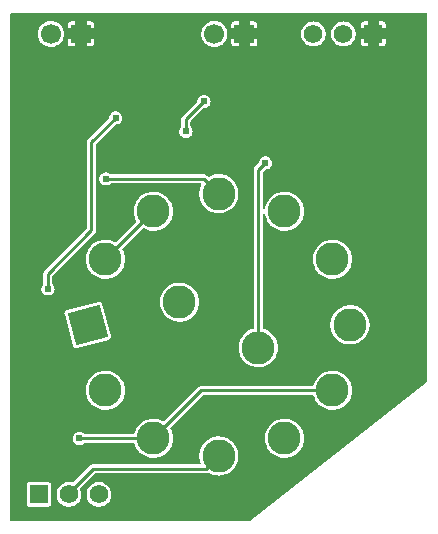
<source format=gbl>
G04 Layer: BottomLayer*
G04 EasyEDA v6.5.15, 2023-01-26 07:11:18*
G04 bc408e8c05344163a153380a18e2a67f,cd9332c1ef044f0797b2d1e08cb7fb93,10*
G04 Gerber Generator version 0.2*
G04 Scale: 100 percent, Rotated: No, Reflected: No *
G04 Dimensions in millimeters *
G04 leading zeros omitted , absolute positions ,4 integer and 5 decimal *
%FSLAX45Y45*%
%MOMM*%

%AMMACRO1*21,1,$1,$2,0,0,$3*%
%ADD10C,0.2540*%
%ADD11R,1.7000X1.5748*%
%ADD12C,1.7000*%
%ADD13C,1.5748*%
%ADD14R,1.5748X1.5748*%
%ADD15C,2.8001*%
%ADD16MACRO1,2.8001X2.8001X15.0005*%
%ADD17C,0.6110*%
%ADD18C,0.0197*%

%LPD*%
G36*
X150368Y-4457192D02*
G01*
X146456Y-4456430D01*
X143205Y-4454194D01*
X140970Y-4450943D01*
X140208Y-4447032D01*
X140208Y-163068D01*
X140970Y-159156D01*
X143205Y-155905D01*
X146456Y-153670D01*
X150368Y-152908D01*
X3659632Y-152908D01*
X3663543Y-153670D01*
X3666794Y-155905D01*
X3669029Y-159156D01*
X3669792Y-163068D01*
X3669792Y-3271723D01*
X3669334Y-3274771D01*
X3668014Y-3277514D01*
X3665880Y-3279749D01*
X2165502Y-4455007D01*
X2162556Y-4456633D01*
X2159254Y-4457192D01*
G37*

%LPC*%
G36*
X2169769Y-284480D02*
G01*
X2231796Y-284480D01*
X2231796Y-252018D01*
X2231085Y-245719D01*
X2229205Y-240233D01*
X2226106Y-235356D01*
X2221992Y-231241D01*
X2217115Y-228193D01*
X2211628Y-226263D01*
X2205329Y-225552D01*
X2169769Y-225552D01*
G37*
G36*
X302818Y-4333748D02*
G01*
X459181Y-4333748D01*
X465480Y-4333036D01*
X470966Y-4331106D01*
X475843Y-4328058D01*
X479958Y-4323943D01*
X483006Y-4319066D01*
X484936Y-4313580D01*
X485648Y-4307281D01*
X485648Y-4150918D01*
X484936Y-4144619D01*
X483006Y-4139133D01*
X479958Y-4134256D01*
X475843Y-4130141D01*
X470966Y-4127093D01*
X465480Y-4125163D01*
X459181Y-4124451D01*
X302818Y-4124451D01*
X296519Y-4125163D01*
X291033Y-4127093D01*
X286156Y-4130141D01*
X282041Y-4134256D01*
X278993Y-4139133D01*
X277063Y-4144619D01*
X276352Y-4150918D01*
X276352Y-4307281D01*
X277063Y-4313580D01*
X278993Y-4319066D01*
X282041Y-4323943D01*
X286156Y-4328058D01*
X291033Y-4331106D01*
X296519Y-4333036D01*
G37*
G36*
X635000Y-4333748D02*
G01*
X648665Y-4332833D01*
X662076Y-4330141D01*
X675030Y-4325772D01*
X687324Y-4319727D01*
X698703Y-4312107D01*
X708964Y-4303064D01*
X718007Y-4292803D01*
X725627Y-4281424D01*
X731672Y-4269130D01*
X736041Y-4256176D01*
X738733Y-4242765D01*
X739648Y-4229100D01*
X738733Y-4215434D01*
X736041Y-4202023D01*
X731672Y-4189069D01*
X729996Y-4185716D01*
X728980Y-4181703D01*
X729640Y-4177537D01*
X731926Y-4174032D01*
X851204Y-4054805D01*
X854506Y-4052570D01*
X858418Y-4051808D01*
X1795322Y-4051808D01*
X1803349Y-4050995D01*
X1810562Y-4048810D01*
X1812645Y-4047744D01*
X1815998Y-4046626D01*
X1819554Y-4046728D01*
X1839823Y-4056583D01*
X1856384Y-4062679D01*
X1873554Y-4066946D01*
X1891030Y-4069334D01*
X1908657Y-4069892D01*
X1926285Y-4068572D01*
X1943658Y-4065371D01*
X1960575Y-4060342D01*
X1976882Y-4053535D01*
X1992375Y-4045051D01*
X2006854Y-4034993D01*
X2020214Y-4023410D01*
X2032254Y-4010507D01*
X2042820Y-3996334D01*
X2051862Y-3981196D01*
X2059228Y-3965143D01*
X2064867Y-3948379D01*
X2068677Y-3931158D01*
X2070607Y-3913581D01*
X2070709Y-3895953D01*
X2068880Y-3878376D01*
X2065223Y-3861104D01*
X2059787Y-3844290D01*
X2052523Y-3828186D01*
X2043633Y-3812946D01*
X2033168Y-3798722D01*
X2021281Y-3785666D01*
X2008022Y-3773982D01*
X1993595Y-3763772D01*
X1978202Y-3755186D01*
X1961946Y-3748227D01*
X1945081Y-3743045D01*
X1927758Y-3739692D01*
X1910130Y-3738219D01*
X1892503Y-3738626D01*
X1874977Y-3740861D01*
X1857806Y-3744976D01*
X1841195Y-3750919D01*
X1825243Y-3758539D01*
X1810257Y-3767836D01*
X1796288Y-3778707D01*
X1783588Y-3790950D01*
X1772259Y-3804513D01*
X1762455Y-3819194D01*
X1754225Y-3834790D01*
X1747723Y-3851249D01*
X1742998Y-3868267D01*
X1740103Y-3885692D01*
X1739087Y-3903319D01*
X1739950Y-3920947D01*
X1742693Y-3938371D01*
X1747266Y-3955440D01*
X1749348Y-3960774D01*
X1750009Y-3964635D01*
X1749196Y-3968445D01*
X1746961Y-3971696D01*
X1743710Y-3973829D01*
X1739849Y-3974592D01*
X838708Y-3974592D01*
X830681Y-3975404D01*
X823468Y-3977589D01*
X816762Y-3981145D01*
X810564Y-3986276D01*
X671474Y-4125315D01*
X668782Y-4127246D01*
X665632Y-4128211D01*
X662330Y-4128109D01*
X648665Y-4125366D01*
X635000Y-4124451D01*
X621334Y-4125366D01*
X607923Y-4128058D01*
X594969Y-4132427D01*
X582676Y-4138472D01*
X571296Y-4146092D01*
X561035Y-4155135D01*
X551992Y-4165396D01*
X544372Y-4176776D01*
X538327Y-4189069D01*
X533958Y-4202023D01*
X531266Y-4215434D01*
X530352Y-4229100D01*
X531266Y-4242765D01*
X533958Y-4256176D01*
X538327Y-4269130D01*
X544372Y-4281424D01*
X551992Y-4292803D01*
X561035Y-4303064D01*
X571296Y-4312107D01*
X582676Y-4319727D01*
X594969Y-4325772D01*
X607923Y-4330141D01*
X621334Y-4332833D01*
G37*
G36*
X2010003Y-284480D02*
G01*
X2072030Y-284480D01*
X2072030Y-225552D01*
X2036470Y-225552D01*
X2030171Y-226263D01*
X2024684Y-228193D01*
X2019807Y-231241D01*
X2015693Y-235356D01*
X2012594Y-240233D01*
X2010714Y-245719D01*
X2010003Y-252018D01*
G37*
G36*
X785469Y-284480D02*
G01*
X847496Y-284480D01*
X847496Y-252018D01*
X846785Y-245719D01*
X844905Y-240233D01*
X841806Y-235356D01*
X837692Y-231241D01*
X832815Y-228193D01*
X827328Y-226263D01*
X821029Y-225552D01*
X785469Y-225552D01*
G37*
G36*
X2463698Y-3921150D02*
G01*
X2481326Y-3919829D01*
X2498699Y-3916629D01*
X2515616Y-3911650D01*
X2531922Y-3904843D01*
X2547366Y-3896360D01*
X2561894Y-3886250D01*
X2575204Y-3874668D01*
X2587244Y-3861765D01*
X2597861Y-3847642D01*
X2606903Y-3832453D01*
X2614269Y-3816400D01*
X2619857Y-3799687D01*
X2623667Y-3782415D01*
X2625648Y-3764889D01*
X2625699Y-3747211D01*
X2623921Y-3729634D01*
X2620264Y-3712362D01*
X2614777Y-3695598D01*
X2607564Y-3679494D01*
X2598674Y-3664204D01*
X2588209Y-3649979D01*
X2576271Y-3636975D01*
X2563063Y-3625291D01*
X2548636Y-3615080D01*
X2533243Y-3606444D01*
X2516987Y-3599484D01*
X2500122Y-3594354D01*
X2482748Y-3591001D01*
X2465171Y-3589477D01*
X2447493Y-3589883D01*
X2430018Y-3592169D01*
X2412847Y-3596284D01*
X2396185Y-3602177D01*
X2380284Y-3609848D01*
X2365248Y-3619144D01*
X2351328Y-3629964D01*
X2338628Y-3642258D01*
X2327300Y-3655771D01*
X2317445Y-3670452D01*
X2309266Y-3686098D01*
X2302764Y-3702507D01*
X2298039Y-3719525D01*
X2295144Y-3736949D01*
X2294128Y-3754577D01*
X2294991Y-3772204D01*
X2297734Y-3789679D01*
X2302306Y-3806698D01*
X2308656Y-3823208D01*
X2316734Y-3838905D01*
X2326436Y-3853637D01*
X2337612Y-3867302D01*
X2350211Y-3879697D01*
X2364079Y-3890670D01*
X2378964Y-3900068D01*
X2394813Y-3907891D01*
X2411425Y-3913936D01*
X2428544Y-3918204D01*
X2446070Y-3920642D01*
G37*
G36*
X1353667Y-3921150D02*
G01*
X1371295Y-3919829D01*
X1388618Y-3916629D01*
X1405585Y-3911600D01*
X1421892Y-3904843D01*
X1437335Y-3896360D01*
X1451864Y-3886250D01*
X1465173Y-3874668D01*
X1477213Y-3861765D01*
X1487830Y-3847642D01*
X1496872Y-3832453D01*
X1504238Y-3816400D01*
X1509826Y-3799687D01*
X1513636Y-3782415D01*
X1515618Y-3764889D01*
X1515668Y-3747211D01*
X1513890Y-3729634D01*
X1510233Y-3712362D01*
X1504746Y-3695598D01*
X1497533Y-3679494D01*
X1495196Y-3675430D01*
X1493824Y-3671214D01*
X1494383Y-3666845D01*
X1496771Y-3663137D01*
X1769313Y-3390595D01*
X1772615Y-3388410D01*
X1776475Y-3387648D01*
X2697378Y-3387648D01*
X2701645Y-3388563D01*
X2705150Y-3391255D01*
X2707182Y-3395167D01*
X2708605Y-3400399D01*
X2714955Y-3416909D01*
X2723032Y-3432606D01*
X2732684Y-3447338D01*
X2743911Y-3461004D01*
X2756509Y-3473399D01*
X2770378Y-3484321D01*
X2785262Y-3493770D01*
X2801112Y-3501593D01*
X2817723Y-3507638D01*
X2834843Y-3511905D01*
X2852369Y-3514344D01*
X2869996Y-3514851D01*
X2887624Y-3513531D01*
X2904947Y-3510330D01*
X2921914Y-3505301D01*
X2938221Y-3498545D01*
X2953664Y-3490061D01*
X2968193Y-3479952D01*
X2981502Y-3468370D01*
X2993542Y-3455466D01*
X3004159Y-3441344D01*
X3013202Y-3426155D01*
X3020568Y-3410102D01*
X3026156Y-3393389D01*
X3029966Y-3376117D01*
X3031947Y-3358591D01*
X3031998Y-3340912D01*
X3030220Y-3323336D01*
X3026562Y-3306064D01*
X3021076Y-3289300D01*
X3013862Y-3273196D01*
X3004972Y-3257905D01*
X2994507Y-3243681D01*
X2982569Y-3230676D01*
X2969361Y-3218992D01*
X2954934Y-3208782D01*
X2939542Y-3200146D01*
X2923286Y-3193186D01*
X2906420Y-3188055D01*
X2889046Y-3184702D01*
X2871470Y-3183178D01*
X2853791Y-3183585D01*
X2836316Y-3185871D01*
X2819146Y-3189986D01*
X2802483Y-3195878D01*
X2786583Y-3203549D01*
X2771546Y-3212846D01*
X2757627Y-3223666D01*
X2744927Y-3235960D01*
X2733598Y-3249472D01*
X2723743Y-3264153D01*
X2715564Y-3279800D01*
X2709062Y-3296208D01*
X2707182Y-3302965D01*
X2705100Y-3306826D01*
X2701645Y-3309467D01*
X2697378Y-3310432D01*
X1756765Y-3310432D01*
X1748739Y-3311194D01*
X1741525Y-3313379D01*
X1734870Y-3316935D01*
X1728622Y-3322065D01*
X1442110Y-3608578D01*
X1438452Y-3610914D01*
X1434134Y-3611524D01*
X1429969Y-3610254D01*
X1423212Y-3606444D01*
X1406956Y-3599484D01*
X1390091Y-3594354D01*
X1372717Y-3591001D01*
X1355140Y-3589477D01*
X1337462Y-3589883D01*
X1319987Y-3592169D01*
X1302816Y-3596284D01*
X1286154Y-3602177D01*
X1270254Y-3609848D01*
X1255217Y-3619144D01*
X1241298Y-3629964D01*
X1228598Y-3642258D01*
X1217269Y-3655771D01*
X1207414Y-3670452D01*
X1199235Y-3686098D01*
X1192733Y-3702507D01*
X1190853Y-3709263D01*
X1188770Y-3713124D01*
X1185316Y-3715765D01*
X1181049Y-3716731D01*
X768553Y-3716731D01*
X764641Y-3715918D01*
X761339Y-3713734D01*
X759764Y-3712159D01*
X751738Y-3706520D01*
X742797Y-3702354D01*
X733348Y-3699814D01*
X723544Y-3698951D01*
X713740Y-3699814D01*
X704291Y-3702354D01*
X695350Y-3706520D01*
X687324Y-3712159D01*
X680364Y-3719118D01*
X674725Y-3727145D01*
X670610Y-3736035D01*
X668070Y-3745534D01*
X667207Y-3755339D01*
X668070Y-3765092D01*
X670610Y-3774592D01*
X674725Y-3783482D01*
X680364Y-3791559D01*
X687324Y-3798468D01*
X695350Y-3804107D01*
X704291Y-3808272D01*
X713740Y-3810812D01*
X723544Y-3811676D01*
X733348Y-3810812D01*
X742797Y-3808272D01*
X751738Y-3804107D01*
X759764Y-3798468D01*
X761339Y-3796893D01*
X764641Y-3794709D01*
X768553Y-3793947D01*
X1181049Y-3793947D01*
X1185316Y-3794861D01*
X1188821Y-3797554D01*
X1190853Y-3801465D01*
X1192276Y-3806698D01*
X1198626Y-3823208D01*
X1206703Y-3838905D01*
X1216355Y-3853637D01*
X1227582Y-3867302D01*
X1240180Y-3879697D01*
X1254048Y-3890670D01*
X1268933Y-3900068D01*
X1284782Y-3907891D01*
X1301394Y-3913936D01*
X1318514Y-3918204D01*
X1336040Y-3920642D01*
G37*
G36*
X625703Y-284480D02*
G01*
X687730Y-284480D01*
X687730Y-225552D01*
X652170Y-225552D01*
X645871Y-226263D01*
X640384Y-228193D01*
X635508Y-231241D01*
X631393Y-235356D01*
X628294Y-240233D01*
X626414Y-245719D01*
X625703Y-252018D01*
G37*
G36*
X3108452Y-284480D02*
G01*
X3167380Y-284480D01*
X3167380Y-225552D01*
X3134918Y-225552D01*
X3128619Y-226263D01*
X3123133Y-228193D01*
X3118256Y-231241D01*
X3114141Y-235356D01*
X3111093Y-240233D01*
X3109163Y-245719D01*
X3108452Y-252018D01*
G37*
G36*
X3258820Y-284480D02*
G01*
X3317748Y-284480D01*
X3317748Y-252018D01*
X3317036Y-245719D01*
X3315106Y-240233D01*
X3312058Y-235356D01*
X3307943Y-231241D01*
X3303066Y-228193D01*
X3297580Y-226263D01*
X3291281Y-225552D01*
X3258820Y-225552D01*
G37*
G36*
X947369Y-3514851D02*
G01*
X964996Y-3513531D01*
X982319Y-3510330D01*
X999286Y-3505301D01*
X1015593Y-3498545D01*
X1031036Y-3490061D01*
X1045565Y-3479952D01*
X1058875Y-3468370D01*
X1070914Y-3455466D01*
X1081532Y-3441344D01*
X1090574Y-3426155D01*
X1097940Y-3410102D01*
X1103528Y-3393389D01*
X1107338Y-3376117D01*
X1109319Y-3358591D01*
X1109370Y-3340912D01*
X1107592Y-3323336D01*
X1103934Y-3306064D01*
X1098448Y-3289300D01*
X1091234Y-3273196D01*
X1082344Y-3257905D01*
X1071880Y-3243681D01*
X1059942Y-3230676D01*
X1046683Y-3218992D01*
X1032306Y-3208782D01*
X1016914Y-3200146D01*
X1000658Y-3193186D01*
X983792Y-3188055D01*
X966419Y-3184702D01*
X948842Y-3183178D01*
X931164Y-3183585D01*
X913688Y-3185871D01*
X896518Y-3189986D01*
X879856Y-3195878D01*
X863955Y-3203549D01*
X848918Y-3212846D01*
X834999Y-3223666D01*
X822299Y-3235960D01*
X810971Y-3249472D01*
X801116Y-3264153D01*
X792937Y-3279800D01*
X786434Y-3296208D01*
X781710Y-3313226D01*
X778814Y-3330651D01*
X777798Y-3348278D01*
X778662Y-3365906D01*
X781354Y-3383381D01*
X785926Y-3400399D01*
X792327Y-3416909D01*
X800404Y-3432606D01*
X810056Y-3447338D01*
X821283Y-3461004D01*
X833882Y-3473399D01*
X847750Y-3484372D01*
X862634Y-3493770D01*
X878484Y-3501593D01*
X895096Y-3507638D01*
X912215Y-3511905D01*
X929690Y-3514344D01*
G37*
G36*
X2959100Y-434848D02*
G01*
X2972765Y-433933D01*
X2986176Y-431241D01*
X2999130Y-426872D01*
X3011424Y-420827D01*
X3022803Y-413207D01*
X3033064Y-404164D01*
X3042107Y-393903D01*
X3049727Y-382524D01*
X3055772Y-370230D01*
X3060141Y-357276D01*
X3062833Y-343865D01*
X3063748Y-330200D01*
X3062833Y-316534D01*
X3060141Y-303123D01*
X3055772Y-290169D01*
X3049727Y-277876D01*
X3042107Y-266496D01*
X3033064Y-256235D01*
X3022803Y-247192D01*
X3011424Y-239572D01*
X2999130Y-233527D01*
X2986176Y-229158D01*
X2972765Y-226466D01*
X2959100Y-225552D01*
X2945434Y-226466D01*
X2932023Y-229158D01*
X2919069Y-233527D01*
X2906776Y-239572D01*
X2895396Y-247192D01*
X2885135Y-256235D01*
X2876092Y-266496D01*
X2868472Y-277876D01*
X2862427Y-290169D01*
X2858058Y-303123D01*
X2855366Y-316534D01*
X2854452Y-330200D01*
X2855366Y-343865D01*
X2858058Y-357276D01*
X2862427Y-370230D01*
X2868472Y-382524D01*
X2876092Y-393903D01*
X2885135Y-404164D01*
X2895396Y-413207D01*
X2906776Y-420827D01*
X2919069Y-426872D01*
X2932023Y-431241D01*
X2945434Y-433933D01*
G37*
G36*
X2242058Y-3152343D02*
G01*
X2259685Y-3151022D01*
X2277059Y-3147822D01*
X2293975Y-3142792D01*
X2310282Y-3135985D01*
X2325776Y-3127502D01*
X2340254Y-3117443D01*
X2353614Y-3105861D01*
X2365654Y-3092907D01*
X2376220Y-3078784D01*
X2385263Y-3063646D01*
X2392629Y-3047593D01*
X2398268Y-3030829D01*
X2402078Y-3013608D01*
X2404008Y-2996031D01*
X2404110Y-2978404D01*
X2402281Y-2960827D01*
X2398623Y-2943555D01*
X2393188Y-2926740D01*
X2385923Y-2910636D01*
X2377033Y-2895396D01*
X2366568Y-2881172D01*
X2354630Y-2868117D01*
X2341422Y-2856433D01*
X2326995Y-2846222D01*
X2311603Y-2837586D01*
X2295347Y-2830677D01*
X2284171Y-2827223D01*
X2280462Y-2825140D01*
X2277922Y-2821736D01*
X2277008Y-2817520D01*
X2277008Y-1865325D01*
X2277922Y-1861108D01*
X2280462Y-1857654D01*
X2284222Y-1855571D01*
X2288540Y-1855266D01*
X2292553Y-1856689D01*
X2295652Y-1859737D01*
X2297176Y-1863750D01*
X2297734Y-1867052D01*
X2302306Y-1884070D01*
X2308656Y-1900580D01*
X2316734Y-1916277D01*
X2326386Y-1931009D01*
X2337612Y-1944674D01*
X2350211Y-1957070D01*
X2364079Y-1967992D01*
X2378964Y-1977440D01*
X2394813Y-1985264D01*
X2411425Y-1991309D01*
X2428544Y-1995576D01*
X2446070Y-1998014D01*
X2463698Y-1998522D01*
X2481326Y-1997202D01*
X2498648Y-1994001D01*
X2515616Y-1988972D01*
X2531922Y-1982216D01*
X2547366Y-1973732D01*
X2561894Y-1963623D01*
X2575204Y-1952040D01*
X2587244Y-1939137D01*
X2597861Y-1925015D01*
X2606903Y-1909825D01*
X2614269Y-1893773D01*
X2619857Y-1877060D01*
X2623667Y-1859788D01*
X2625648Y-1842262D01*
X2625699Y-1824583D01*
X2623921Y-1807006D01*
X2620264Y-1789734D01*
X2614777Y-1772970D01*
X2607564Y-1756867D01*
X2598674Y-1741576D01*
X2588209Y-1727352D01*
X2576271Y-1714347D01*
X2563063Y-1702663D01*
X2548636Y-1692452D01*
X2533243Y-1683816D01*
X2516987Y-1676857D01*
X2500122Y-1671726D01*
X2482748Y-1668373D01*
X2465171Y-1666849D01*
X2447493Y-1667256D01*
X2430018Y-1669542D01*
X2412847Y-1673656D01*
X2396185Y-1679549D01*
X2380284Y-1687220D01*
X2365248Y-1696516D01*
X2351328Y-1707337D01*
X2338628Y-1719630D01*
X2327300Y-1733143D01*
X2317445Y-1747824D01*
X2309266Y-1763471D01*
X2302764Y-1779879D01*
X2298039Y-1796897D01*
X2297176Y-1801977D01*
X2295601Y-1805939D01*
X2292502Y-1808937D01*
X2288489Y-1810410D01*
X2284222Y-1810054D01*
X2280462Y-1807972D01*
X2277922Y-1804517D01*
X2277008Y-1800301D01*
X2277008Y-1502918D01*
X2277770Y-1499006D01*
X2279954Y-1495704D01*
X2294178Y-1481531D01*
X2297074Y-1479499D01*
X2300478Y-1478584D01*
X2308504Y-1477873D01*
X2317953Y-1475333D01*
X2326894Y-1471218D01*
X2334920Y-1465580D01*
X2341880Y-1458620D01*
X2347518Y-1450594D01*
X2351633Y-1441653D01*
X2354173Y-1432204D01*
X2355037Y-1422400D01*
X2354173Y-1412595D01*
X2351633Y-1403146D01*
X2347518Y-1394206D01*
X2341880Y-1386179D01*
X2334920Y-1379220D01*
X2326894Y-1373581D01*
X2317953Y-1369466D01*
X2308504Y-1366926D01*
X2298700Y-1366062D01*
X2288895Y-1366926D01*
X2279446Y-1369466D01*
X2270506Y-1373581D01*
X2262479Y-1379220D01*
X2255520Y-1386179D01*
X2249881Y-1394206D01*
X2245766Y-1403146D01*
X2243226Y-1412595D01*
X2242515Y-1420622D01*
X2241600Y-1424025D01*
X2239568Y-1426921D01*
X2211425Y-1455064D01*
X2206345Y-1461312D01*
X2202789Y-1467967D01*
X2200554Y-1475181D01*
X2199792Y-1483207D01*
X2199792Y-2817368D01*
X2198776Y-2821736D01*
X2196033Y-2825242D01*
X2191207Y-2827426D01*
X2174544Y-2833370D01*
X2158644Y-2840990D01*
X2143658Y-2850286D01*
X2129688Y-2861157D01*
X2116988Y-2873400D01*
X2105660Y-2886964D01*
X2095855Y-2901645D01*
X2087625Y-2917240D01*
X2081123Y-2933700D01*
X2076399Y-2950718D01*
X2073503Y-2968091D01*
X2072487Y-2985770D01*
X2073351Y-3003397D01*
X2076094Y-3020822D01*
X2080666Y-3037890D01*
X2087016Y-3054350D01*
X2095093Y-3070047D01*
X2104796Y-3084830D01*
X2115972Y-3098495D01*
X2128570Y-3110839D01*
X2142439Y-3121812D01*
X2157374Y-3131261D01*
X2173224Y-3139033D01*
X2189784Y-3145078D01*
X2206904Y-3149346D01*
X2224430Y-3151784D01*
G37*
G36*
X696925Y-2991307D02*
G01*
X703224Y-2990342D01*
X972566Y-2918155D01*
X978509Y-2915869D01*
X983284Y-2912567D01*
X987247Y-2908350D01*
X990142Y-2903321D01*
X991819Y-2897784D01*
X992276Y-2892044D01*
X991311Y-2885744D01*
X919124Y-2616352D01*
X916838Y-2610459D01*
X913536Y-2605684D01*
X909319Y-2601722D01*
X904290Y-2598826D01*
X898753Y-2597150D01*
X893013Y-2596692D01*
X886714Y-2597658D01*
X617321Y-2669844D01*
X611428Y-2672130D01*
X606653Y-2675432D01*
X602691Y-2679649D01*
X599795Y-2684678D01*
X598119Y-2690215D01*
X597662Y-2695956D01*
X598627Y-2702255D01*
X670814Y-2971647D01*
X673100Y-2977540D01*
X676402Y-2982315D01*
X680618Y-2986278D01*
X685647Y-2989173D01*
X691184Y-2990850D01*
G37*
G36*
X3018688Y-2959862D02*
G01*
X3036316Y-2958541D01*
X3053689Y-2955340D01*
X3070606Y-2950311D01*
X3086912Y-2943504D01*
X3102406Y-2935020D01*
X3116884Y-2924962D01*
X3130245Y-2913380D01*
X3142284Y-2900426D01*
X3152851Y-2886303D01*
X3161893Y-2871165D01*
X3169259Y-2855112D01*
X3174898Y-2838348D01*
X3178708Y-2821127D01*
X3180638Y-2803550D01*
X3180740Y-2785922D01*
X3178911Y-2768346D01*
X3175254Y-2751074D01*
X3169818Y-2734259D01*
X3162604Y-2718155D01*
X3153664Y-2702915D01*
X3143199Y-2688691D01*
X3131312Y-2675636D01*
X3118053Y-2663952D01*
X3103676Y-2653741D01*
X3088233Y-2645105D01*
X3072028Y-2638196D01*
X3055112Y-2633014D01*
X3037789Y-2629662D01*
X3020161Y-2628188D01*
X3002534Y-2628595D01*
X2985008Y-2630830D01*
X2967837Y-2634945D01*
X2951226Y-2640888D01*
X2935274Y-2648508D01*
X2920288Y-2657805D01*
X2906318Y-2668676D01*
X2893618Y-2680919D01*
X2882290Y-2694482D01*
X2872486Y-2709164D01*
X2864256Y-2724759D01*
X2857754Y-2741218D01*
X2853029Y-2758236D01*
X2850134Y-2775610D01*
X2849118Y-2793288D01*
X2849981Y-2810916D01*
X2852724Y-2828340D01*
X2857296Y-2845409D01*
X2863646Y-2861868D01*
X2871724Y-2877566D01*
X2881426Y-2892348D01*
X2892653Y-2906014D01*
X2905252Y-2918358D01*
X2919069Y-2929331D01*
X2934004Y-2938780D01*
X2949854Y-2946552D01*
X2966415Y-2952597D01*
X2983585Y-2956864D01*
X3001060Y-2959303D01*
G37*
G36*
X1575308Y-2767380D02*
G01*
X1592884Y-2766060D01*
X1610258Y-2762859D01*
X1627174Y-2757830D01*
X1643481Y-2751023D01*
X1658975Y-2742539D01*
X1673453Y-2732481D01*
X1686814Y-2720898D01*
X1698853Y-2707944D01*
X1709470Y-2693822D01*
X1718462Y-2678684D01*
X1725828Y-2662631D01*
X1731467Y-2645867D01*
X1735277Y-2628646D01*
X1737207Y-2611069D01*
X1737309Y-2593441D01*
X1735531Y-2575864D01*
X1731873Y-2558592D01*
X1726387Y-2541778D01*
X1719173Y-2525674D01*
X1710283Y-2510434D01*
X1699768Y-2496210D01*
X1687880Y-2483154D01*
X1674622Y-2471470D01*
X1660245Y-2461260D01*
X1644802Y-2452624D01*
X1628597Y-2445715D01*
X1611680Y-2440533D01*
X1594358Y-2437180D01*
X1576781Y-2435707D01*
X1559102Y-2436114D01*
X1541576Y-2438349D01*
X1524406Y-2442464D01*
X1507794Y-2448407D01*
X1491843Y-2456027D01*
X1476857Y-2465324D01*
X1462938Y-2476195D01*
X1450187Y-2488438D01*
X1438859Y-2502001D01*
X1429054Y-2516682D01*
X1420825Y-2532278D01*
X1414322Y-2548737D01*
X1409598Y-2565755D01*
X1406753Y-2583129D01*
X1405737Y-2600756D01*
X1406550Y-2618435D01*
X1409293Y-2635859D01*
X1413865Y-2652928D01*
X1420215Y-2669387D01*
X1428292Y-2685084D01*
X1437995Y-2699867D01*
X1449222Y-2713482D01*
X1461820Y-2725877D01*
X1475638Y-2736850D01*
X1490573Y-2746298D01*
X1506423Y-2754071D01*
X1523034Y-2760116D01*
X1540154Y-2764383D01*
X1557629Y-2766822D01*
G37*
G36*
X457200Y-2545537D02*
G01*
X467004Y-2544673D01*
X476453Y-2542133D01*
X485393Y-2538018D01*
X493420Y-2532380D01*
X500380Y-2525420D01*
X506018Y-2517394D01*
X510133Y-2508453D01*
X512673Y-2499004D01*
X513537Y-2489200D01*
X512673Y-2479395D01*
X510133Y-2469946D01*
X506018Y-2461006D01*
X500380Y-2452979D01*
X498805Y-2451404D01*
X496570Y-2448102D01*
X495808Y-2444191D01*
X495808Y-2382418D01*
X496570Y-2378506D01*
X498805Y-2375204D01*
X852424Y-2021535D01*
X857554Y-2015337D01*
X861110Y-2008632D01*
X863295Y-2001418D01*
X864108Y-1993392D01*
X864108Y-1267256D01*
X864869Y-1263396D01*
X867105Y-1260094D01*
X1026668Y-1100531D01*
X1029512Y-1098499D01*
X1032967Y-1097584D01*
X1040942Y-1096873D01*
X1050442Y-1094333D01*
X1059332Y-1090218D01*
X1067409Y-1084580D01*
X1074369Y-1077620D01*
X1079957Y-1069594D01*
X1084122Y-1060653D01*
X1086662Y-1051204D01*
X1087526Y-1041400D01*
X1086662Y-1031595D01*
X1084122Y-1022146D01*
X1079957Y-1013206D01*
X1074369Y-1005179D01*
X1067409Y-998219D01*
X1059332Y-992581D01*
X1050442Y-988466D01*
X1040942Y-985926D01*
X1031189Y-985062D01*
X1021384Y-985926D01*
X1011885Y-988466D01*
X1002995Y-992581D01*
X994968Y-998219D01*
X988009Y-1005179D01*
X982370Y-1013206D01*
X978204Y-1022146D01*
X975664Y-1031595D01*
X975004Y-1039621D01*
X974090Y-1043025D01*
X972058Y-1045921D01*
X798576Y-1219403D01*
X793445Y-1225651D01*
X789889Y-1232306D01*
X787704Y-1239570D01*
X786892Y-1247597D01*
X786892Y-1973681D01*
X786130Y-1977593D01*
X783894Y-1980895D01*
X430276Y-2334564D01*
X425145Y-2340762D01*
X421589Y-2347468D01*
X419404Y-2354681D01*
X418592Y-2362708D01*
X418592Y-2444191D01*
X417830Y-2448102D01*
X415594Y-2451404D01*
X414020Y-2452979D01*
X408381Y-2461006D01*
X404266Y-2469946D01*
X401726Y-2479395D01*
X400862Y-2489200D01*
X401726Y-2499004D01*
X404266Y-2508453D01*
X408381Y-2517394D01*
X414020Y-2525420D01*
X420979Y-2532380D01*
X429006Y-2538018D01*
X437946Y-2542133D01*
X447395Y-2544673D01*
G37*
G36*
X2869996Y-2404821D02*
G01*
X2887624Y-2403500D01*
X2904998Y-2400300D01*
X2921914Y-2395270D01*
X2938221Y-2388514D01*
X2953664Y-2380030D01*
X2968193Y-2369921D01*
X2981502Y-2358339D01*
X2993542Y-2345436D01*
X3004159Y-2331313D01*
X3013202Y-2316124D01*
X3020568Y-2300071D01*
X3026156Y-2283358D01*
X3029966Y-2266086D01*
X3031947Y-2248560D01*
X3031998Y-2230882D01*
X3030220Y-2213305D01*
X3026562Y-2196033D01*
X3021076Y-2179269D01*
X3013862Y-2163165D01*
X3004972Y-2147874D01*
X2994507Y-2133650D01*
X2982569Y-2120646D01*
X2969361Y-2108962D01*
X2954934Y-2098751D01*
X2939542Y-2090115D01*
X2923286Y-2083155D01*
X2906420Y-2078024D01*
X2889046Y-2074672D01*
X2871470Y-2073148D01*
X2853791Y-2073554D01*
X2836316Y-2075840D01*
X2819146Y-2079955D01*
X2802483Y-2085848D01*
X2786583Y-2093518D01*
X2771546Y-2102815D01*
X2757627Y-2113635D01*
X2744927Y-2125929D01*
X2733598Y-2139442D01*
X2723743Y-2154123D01*
X2715564Y-2169769D01*
X2709062Y-2186178D01*
X2704338Y-2203196D01*
X2701442Y-2220620D01*
X2700426Y-2238248D01*
X2701290Y-2255875D01*
X2704033Y-2273350D01*
X2708605Y-2290368D01*
X2714955Y-2306878D01*
X2723032Y-2322576D01*
X2732735Y-2337308D01*
X2743911Y-2350973D01*
X2756509Y-2363368D01*
X2770378Y-2374290D01*
X2785262Y-2383739D01*
X2801112Y-2391562D01*
X2817723Y-2397607D01*
X2834843Y-2401874D01*
X2852369Y-2404313D01*
G37*
G36*
X947369Y-2404821D02*
G01*
X964996Y-2403500D01*
X982319Y-2400300D01*
X999286Y-2395270D01*
X1015593Y-2388514D01*
X1031036Y-2380030D01*
X1045565Y-2369921D01*
X1058875Y-2358339D01*
X1070914Y-2345436D01*
X1081532Y-2331313D01*
X1090574Y-2316124D01*
X1097940Y-2300071D01*
X1103528Y-2283358D01*
X1107338Y-2266086D01*
X1109319Y-2248560D01*
X1109370Y-2230882D01*
X1107592Y-2213305D01*
X1103934Y-2196033D01*
X1098448Y-2179269D01*
X1091234Y-2163165D01*
X1088898Y-2159101D01*
X1087526Y-2154885D01*
X1088085Y-2150516D01*
X1090472Y-2146808D01*
X1257706Y-1979574D01*
X1261211Y-1977288D01*
X1265326Y-1976628D01*
X1269339Y-1977643D01*
X1284782Y-1985264D01*
X1301394Y-1991309D01*
X1318514Y-1995576D01*
X1335989Y-1998014D01*
X1353667Y-1998522D01*
X1371295Y-1997202D01*
X1388618Y-1994001D01*
X1405585Y-1988972D01*
X1421892Y-1982216D01*
X1437335Y-1973732D01*
X1451864Y-1963623D01*
X1465173Y-1952040D01*
X1477213Y-1939137D01*
X1487830Y-1925015D01*
X1496872Y-1909825D01*
X1504238Y-1893773D01*
X1509826Y-1877060D01*
X1513636Y-1859788D01*
X1515618Y-1842262D01*
X1515668Y-1824583D01*
X1513890Y-1807006D01*
X1510233Y-1789734D01*
X1504746Y-1772970D01*
X1497533Y-1756867D01*
X1488643Y-1741576D01*
X1478178Y-1727352D01*
X1466240Y-1714347D01*
X1452981Y-1702663D01*
X1438605Y-1692452D01*
X1423212Y-1683816D01*
X1406956Y-1676857D01*
X1390091Y-1671675D01*
X1372717Y-1668373D01*
X1355140Y-1666849D01*
X1337462Y-1667256D01*
X1319987Y-1669542D01*
X1302816Y-1673656D01*
X1286154Y-1679549D01*
X1270254Y-1687220D01*
X1255217Y-1696516D01*
X1241298Y-1707337D01*
X1228598Y-1719630D01*
X1217269Y-1733143D01*
X1207414Y-1747824D01*
X1199235Y-1763471D01*
X1192733Y-1779879D01*
X1188008Y-1796897D01*
X1185113Y-1814322D01*
X1184097Y-1831949D01*
X1184960Y-1849577D01*
X1187653Y-1867052D01*
X1192225Y-1884070D01*
X1198626Y-1900580D01*
X1205026Y-1913077D01*
X1206144Y-1917141D01*
X1205484Y-1921357D01*
X1203198Y-1924913D01*
X1035812Y-2092248D01*
X1032154Y-2094585D01*
X1027836Y-2095195D01*
X1023670Y-2093925D01*
X1016914Y-2090115D01*
X1000658Y-2083155D01*
X983792Y-2078024D01*
X966419Y-2074672D01*
X948842Y-2073148D01*
X931164Y-2073554D01*
X913688Y-2075840D01*
X896518Y-2079955D01*
X879856Y-2085848D01*
X863955Y-2093518D01*
X848918Y-2102815D01*
X834999Y-2113635D01*
X822299Y-2125929D01*
X810971Y-2139442D01*
X801116Y-2154123D01*
X792937Y-2169769D01*
X786434Y-2186178D01*
X781710Y-2203196D01*
X778814Y-2220620D01*
X777798Y-2238248D01*
X778662Y-2255875D01*
X781405Y-2273350D01*
X785926Y-2290368D01*
X792327Y-2306878D01*
X800404Y-2322576D01*
X810056Y-2337308D01*
X821283Y-2350973D01*
X833882Y-2363368D01*
X847750Y-2374290D01*
X862634Y-2383739D01*
X878484Y-2391562D01*
X895096Y-2397607D01*
X912215Y-2401874D01*
X929690Y-2404313D01*
G37*
G36*
X2705100Y-434848D02*
G01*
X2718765Y-433933D01*
X2732176Y-431241D01*
X2745130Y-426872D01*
X2757424Y-420827D01*
X2768803Y-413207D01*
X2779064Y-404164D01*
X2788107Y-393903D01*
X2795727Y-382524D01*
X2801772Y-370230D01*
X2806141Y-357276D01*
X2808833Y-343865D01*
X2809748Y-330200D01*
X2808833Y-316534D01*
X2806141Y-303123D01*
X2801772Y-290169D01*
X2795727Y-277876D01*
X2788107Y-266496D01*
X2779064Y-256235D01*
X2768803Y-247192D01*
X2757424Y-239572D01*
X2745130Y-233527D01*
X2732176Y-229158D01*
X2718765Y-226466D01*
X2705100Y-225552D01*
X2691434Y-226466D01*
X2678023Y-229158D01*
X2665069Y-233527D01*
X2652776Y-239572D01*
X2641396Y-247192D01*
X2631135Y-256235D01*
X2622092Y-266496D01*
X2614472Y-277876D01*
X2608427Y-290169D01*
X2604058Y-303123D01*
X2601366Y-316534D01*
X2600452Y-330200D01*
X2601366Y-343865D01*
X2604058Y-357276D01*
X2608427Y-370230D01*
X2614472Y-382524D01*
X2622092Y-393903D01*
X2631135Y-404164D01*
X2641396Y-413207D01*
X2652776Y-420827D01*
X2665069Y-426872D01*
X2678023Y-431241D01*
X2691434Y-433933D01*
G37*
G36*
X2169769Y-434848D02*
G01*
X2205329Y-434848D01*
X2211628Y-434136D01*
X2217115Y-432206D01*
X2221992Y-429158D01*
X2226106Y-425043D01*
X2229205Y-420166D01*
X2231085Y-414680D01*
X2231796Y-408381D01*
X2231796Y-375920D01*
X2169769Y-375920D01*
G37*
G36*
X889000Y-4333748D02*
G01*
X902665Y-4332833D01*
X916076Y-4330141D01*
X929030Y-4325772D01*
X941324Y-4319727D01*
X952703Y-4312107D01*
X962964Y-4303064D01*
X972007Y-4292803D01*
X979627Y-4281424D01*
X985672Y-4269130D01*
X990041Y-4256176D01*
X992733Y-4242765D01*
X993648Y-4229100D01*
X992733Y-4215434D01*
X990041Y-4202023D01*
X985672Y-4189069D01*
X979627Y-4176776D01*
X972007Y-4165396D01*
X962964Y-4155135D01*
X952703Y-4146092D01*
X941324Y-4138472D01*
X929030Y-4132427D01*
X916076Y-4128058D01*
X902665Y-4125366D01*
X889000Y-4124451D01*
X875334Y-4125366D01*
X861923Y-4128058D01*
X848969Y-4132427D01*
X836676Y-4138472D01*
X825296Y-4146092D01*
X815035Y-4155135D01*
X805992Y-4165396D01*
X798372Y-4176776D01*
X792327Y-4189069D01*
X787958Y-4202023D01*
X785266Y-4215434D01*
X784352Y-4229100D01*
X785266Y-4242765D01*
X787958Y-4256176D01*
X792327Y-4269130D01*
X798372Y-4281424D01*
X805992Y-4292803D01*
X815035Y-4303064D01*
X825296Y-4312107D01*
X836676Y-4319727D01*
X848969Y-4325772D01*
X861923Y-4330141D01*
X875334Y-4332833D01*
G37*
G36*
X1908657Y-1849831D02*
G01*
X1926285Y-1848510D01*
X1943658Y-1845310D01*
X1960575Y-1840280D01*
X1976882Y-1833473D01*
X1992375Y-1824989D01*
X2006854Y-1814931D01*
X2020214Y-1803349D01*
X2032254Y-1790395D01*
X2042820Y-1776272D01*
X2051862Y-1761134D01*
X2059228Y-1745081D01*
X2064867Y-1728317D01*
X2068677Y-1711096D01*
X2070607Y-1693519D01*
X2070709Y-1675892D01*
X2068880Y-1658315D01*
X2065223Y-1641043D01*
X2059787Y-1624228D01*
X2052574Y-1608124D01*
X2043633Y-1592884D01*
X2033168Y-1578660D01*
X2021281Y-1565605D01*
X2008022Y-1553921D01*
X1993595Y-1543710D01*
X1978202Y-1535074D01*
X1961997Y-1528165D01*
X1945081Y-1522984D01*
X1927758Y-1519631D01*
X1910130Y-1518158D01*
X1892503Y-1518513D01*
X1874977Y-1520799D01*
X1857806Y-1524914D01*
X1841195Y-1530807D01*
X1824329Y-1539036D01*
X1820265Y-1540002D01*
X1816150Y-1539341D01*
X1812696Y-1537055D01*
X1805889Y-1530248D01*
X1799640Y-1525117D01*
X1792986Y-1521561D01*
X1785772Y-1519377D01*
X1777746Y-1518615D01*
X993140Y-1518615D01*
X989228Y-1517802D01*
X985926Y-1515618D01*
X984351Y-1514043D01*
X976325Y-1508404D01*
X967435Y-1504238D01*
X957935Y-1501698D01*
X948131Y-1500835D01*
X938377Y-1501698D01*
X928878Y-1504238D01*
X919987Y-1508404D01*
X911910Y-1514043D01*
X905002Y-1520952D01*
X899363Y-1529029D01*
X895197Y-1537919D01*
X892657Y-1547418D01*
X891794Y-1557223D01*
X892657Y-1566976D01*
X895197Y-1576476D01*
X899363Y-1585366D01*
X905002Y-1593443D01*
X911910Y-1600352D01*
X919987Y-1605991D01*
X928878Y-1610156D01*
X938377Y-1612696D01*
X948131Y-1613560D01*
X957935Y-1612696D01*
X967435Y-1610156D01*
X976325Y-1605991D01*
X984351Y-1600352D01*
X985926Y-1598777D01*
X989228Y-1596593D01*
X993140Y-1595831D01*
X1747367Y-1595831D01*
X1751431Y-1596644D01*
X1754835Y-1599031D01*
X1756968Y-1602587D01*
X1757527Y-1606702D01*
X1756359Y-1610715D01*
X1754225Y-1614728D01*
X1747723Y-1631137D01*
X1742998Y-1648155D01*
X1740103Y-1665579D01*
X1739087Y-1683207D01*
X1739950Y-1700885D01*
X1742693Y-1718310D01*
X1747266Y-1735378D01*
X1753616Y-1751838D01*
X1761693Y-1767535D01*
X1771396Y-1782318D01*
X1782622Y-1795932D01*
X1795221Y-1808327D01*
X1809038Y-1819300D01*
X1823974Y-1828749D01*
X1839823Y-1836521D01*
X1856384Y-1842566D01*
X1873554Y-1846834D01*
X1891030Y-1849272D01*
G37*
G36*
X2036470Y-434848D02*
G01*
X2072030Y-434848D01*
X2072030Y-375920D01*
X2010003Y-375920D01*
X2010003Y-408381D01*
X2010714Y-414680D01*
X2012594Y-420166D01*
X2015693Y-425043D01*
X2019807Y-429158D01*
X2024684Y-432206D01*
X2030171Y-434136D01*
G37*
G36*
X785469Y-434848D02*
G01*
X821029Y-434848D01*
X827328Y-434136D01*
X832815Y-432206D01*
X837692Y-429158D01*
X841806Y-425043D01*
X844905Y-420166D01*
X846785Y-414680D01*
X847496Y-408381D01*
X847496Y-375920D01*
X785469Y-375920D01*
G37*
G36*
X652170Y-434848D02*
G01*
X687730Y-434848D01*
X687730Y-375920D01*
X625703Y-375920D01*
X625703Y-408381D01*
X626414Y-414680D01*
X628294Y-420166D01*
X631393Y-425043D01*
X635508Y-429158D01*
X640384Y-432206D01*
X645871Y-434136D01*
G37*
G36*
X1625600Y-1212037D02*
G01*
X1635404Y-1211173D01*
X1644853Y-1208633D01*
X1653793Y-1204518D01*
X1661820Y-1198880D01*
X1668780Y-1191920D01*
X1674418Y-1183894D01*
X1678533Y-1174953D01*
X1681073Y-1165504D01*
X1681937Y-1155700D01*
X1681073Y-1145895D01*
X1678533Y-1136446D01*
X1674418Y-1127506D01*
X1668780Y-1119479D01*
X1667205Y-1117904D01*
X1664970Y-1114602D01*
X1664207Y-1110691D01*
X1664207Y-1074318D01*
X1664970Y-1070406D01*
X1667205Y-1067104D01*
X1773478Y-960831D01*
X1776374Y-958799D01*
X1779778Y-957884D01*
X1787804Y-957173D01*
X1797253Y-954633D01*
X1806193Y-950518D01*
X1814220Y-944880D01*
X1821180Y-937920D01*
X1826818Y-929894D01*
X1830933Y-920953D01*
X1833473Y-911504D01*
X1834337Y-901700D01*
X1833473Y-891895D01*
X1830933Y-882446D01*
X1826818Y-873506D01*
X1821180Y-865479D01*
X1814220Y-858519D01*
X1806193Y-852881D01*
X1797253Y-848766D01*
X1787804Y-846226D01*
X1778000Y-845362D01*
X1768195Y-846226D01*
X1758746Y-848766D01*
X1749806Y-852881D01*
X1741779Y-858519D01*
X1734820Y-865479D01*
X1729181Y-873506D01*
X1725066Y-882446D01*
X1722526Y-891895D01*
X1721815Y-899921D01*
X1720900Y-903325D01*
X1718868Y-906221D01*
X1598676Y-1026464D01*
X1593545Y-1032662D01*
X1589989Y-1039368D01*
X1587804Y-1046581D01*
X1586992Y-1054608D01*
X1586992Y-1110691D01*
X1586230Y-1114602D01*
X1583994Y-1117904D01*
X1582420Y-1119479D01*
X1576781Y-1127506D01*
X1572666Y-1136446D01*
X1570126Y-1145895D01*
X1569262Y-1155700D01*
X1570126Y-1165504D01*
X1572666Y-1174953D01*
X1576781Y-1183894D01*
X1582420Y-1191920D01*
X1589379Y-1198880D01*
X1597406Y-1204518D01*
X1606346Y-1208633D01*
X1615795Y-1211173D01*
G37*
G36*
X479043Y-441045D02*
G01*
X493268Y-440588D01*
X507288Y-438302D01*
X520903Y-434289D01*
X533908Y-428498D01*
X546049Y-421132D01*
X557174Y-412292D01*
X567029Y-402082D01*
X575513Y-390702D01*
X582523Y-378307D01*
X587857Y-365150D01*
X591464Y-351383D01*
X593242Y-337312D01*
X593242Y-323088D01*
X591464Y-309016D01*
X587857Y-295249D01*
X582523Y-282092D01*
X575513Y-269697D01*
X567029Y-258317D01*
X557174Y-248107D01*
X546049Y-239267D01*
X533908Y-231902D01*
X520903Y-226161D01*
X507288Y-222097D01*
X493268Y-219811D01*
X479043Y-219354D01*
X464921Y-220725D01*
X451053Y-223875D01*
X437692Y-228803D01*
X425094Y-235356D01*
X413461Y-243484D01*
X402945Y-253034D01*
X393750Y-263855D01*
X385978Y-275793D01*
X379831Y-288594D01*
X375361Y-302056D01*
X372618Y-316026D01*
X371703Y-330200D01*
X372618Y-344373D01*
X375361Y-358343D01*
X379831Y-371805D01*
X385978Y-384606D01*
X393750Y-396544D01*
X402945Y-407365D01*
X413461Y-416915D01*
X425094Y-425043D01*
X437692Y-431596D01*
X451053Y-436524D01*
X464921Y-439674D01*
G37*
G36*
X1863343Y-441045D02*
G01*
X1877568Y-440588D01*
X1891588Y-438302D01*
X1905203Y-434289D01*
X1918207Y-428498D01*
X1930349Y-421132D01*
X1941474Y-412292D01*
X1951329Y-402082D01*
X1959813Y-390702D01*
X1966823Y-378307D01*
X1972157Y-365150D01*
X1975764Y-351383D01*
X1977542Y-337312D01*
X1977542Y-323088D01*
X1975764Y-309016D01*
X1972157Y-295249D01*
X1966823Y-282092D01*
X1959813Y-269697D01*
X1951329Y-258317D01*
X1941474Y-248107D01*
X1930349Y-239267D01*
X1918207Y-231902D01*
X1905203Y-226161D01*
X1891588Y-222097D01*
X1877568Y-219811D01*
X1863343Y-219354D01*
X1849221Y-220725D01*
X1835353Y-223875D01*
X1821992Y-228803D01*
X1809394Y-235356D01*
X1797761Y-243484D01*
X1787245Y-253034D01*
X1778050Y-263855D01*
X1770278Y-275793D01*
X1764131Y-288594D01*
X1759661Y-302056D01*
X1756918Y-316026D01*
X1756003Y-330200D01*
X1756918Y-344373D01*
X1759661Y-358343D01*
X1764131Y-371805D01*
X1770278Y-384606D01*
X1778050Y-396544D01*
X1787245Y-407365D01*
X1797761Y-416915D01*
X1809394Y-425043D01*
X1821992Y-431596D01*
X1835353Y-436524D01*
X1849221Y-439674D01*
G37*
G36*
X3258820Y-434848D02*
G01*
X3291281Y-434848D01*
X3297580Y-434136D01*
X3303066Y-432206D01*
X3307943Y-429158D01*
X3312058Y-425043D01*
X3315106Y-420166D01*
X3317036Y-414680D01*
X3317748Y-408381D01*
X3317748Y-375920D01*
X3258820Y-375920D01*
G37*
G36*
X3134918Y-434848D02*
G01*
X3167380Y-434848D01*
X3167380Y-375920D01*
X3108452Y-375920D01*
X3108452Y-408381D01*
X3109163Y-414680D01*
X3111093Y-420166D01*
X3114141Y-425043D01*
X3118256Y-429158D01*
X3123133Y-432206D01*
X3128619Y-434136D01*
G37*

%LPD*%
D10*
X1155700Y-1435100D02*
G01*
X1346200Y-1244600D01*
X1346200Y-736600D01*
X2298700Y-1422400D02*
G01*
X2238390Y-1482709D01*
X2238390Y-2986483D01*
X1349984Y-3755316D02*
G01*
X1756285Y-3349015D01*
X2866316Y-3349015D01*
X723541Y-3755316D02*
G01*
X1349984Y-3755316D01*
X1031179Y-1041400D02*
G01*
X825500Y-1247079D01*
X825500Y-1993900D01*
X457200Y-2362200D01*
X457200Y-2489200D01*
X1778000Y-901700D02*
G01*
X1625600Y-1054100D01*
X1625600Y-1155700D01*
X948143Y-1557197D02*
G01*
X1778233Y-1557197D01*
X1905002Y-1683966D01*
X1904997Y-3904033D02*
G01*
X1795830Y-4013200D01*
X838200Y-4013200D01*
X635000Y-4216400D01*
X635000Y-4229100D01*
X943683Y-2238984D02*
G01*
X1349982Y-1832686D01*
D11*
G01*
X2120900Y-330200D03*
D12*
G01*
X1866900Y-330200D03*
D11*
G01*
X736600Y-330200D03*
D12*
G01*
X482600Y-330200D03*
D13*
G01*
X2705100Y-330200D03*
G01*
X2959100Y-330200D03*
D14*
G01*
X3213100Y-330200D03*
D15*
G01*
X1571609Y-2601516D03*
D16*
G01*
X794966Y-2793998D03*
D15*
G01*
X943683Y-2238984D03*
G01*
X2238390Y-2986483D03*
G01*
X1349982Y-1832683D03*
G01*
X1905002Y-1683966D03*
G01*
X2460015Y-1832683D03*
G01*
X2866316Y-2238982D03*
G01*
X3015033Y-2794002D03*
G01*
X2866316Y-3349015D03*
G01*
X2460017Y-3755316D03*
G01*
X1904997Y-3904033D03*
G01*
X1349984Y-3755316D03*
G01*
X943683Y-3349017D03*
D13*
G01*
X889000Y-4229100D03*
G01*
X635000Y-4229100D03*
D14*
G01*
X381000Y-4229100D03*
D17*
G01*
X2298700Y-1422400D03*
G01*
X948143Y-1557197D03*
G01*
X1625600Y-1155700D03*
G01*
X1778000Y-901700D03*
G01*
X1031179Y-1041400D03*
G01*
X457200Y-2489200D03*
G01*
X723541Y-3755316D03*
G01*
X1155700Y-1435100D03*
G01*
X1346200Y-736600D03*
M02*

</source>
